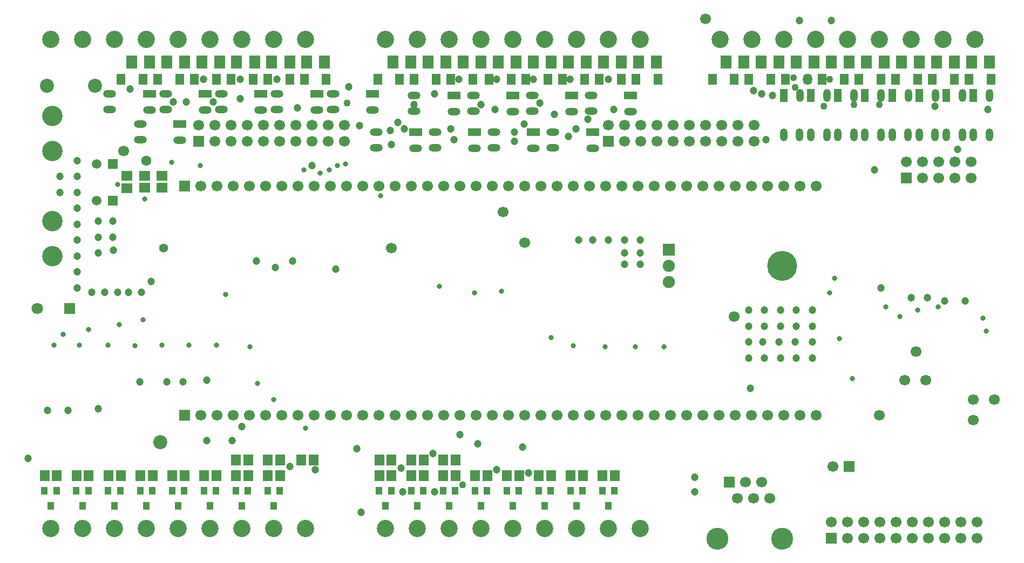
<source format=gbs>
%FSLAX42Y42*%
%MOMM*%
G71*
G01*
G75*
%ADD10C,0.20*%
%ADD11O,1.00X1.80*%
%ADD12R,1.00X1.80*%
%ADD13R,3.40X3.00*%
%ADD14R,1.10X1.00*%
%ADD15R,2.20X0.60*%
%ADD16R,1.50X1.30*%
%ADD17R,2.70X3.00*%
%ADD18R,2.60X2.00*%
%ADD19R,1.80X1.00*%
%ADD20O,1.80X1.00*%
%ADD21R,1.30X1.50*%
%ADD22R,1.00X0.85*%
%ADD23R,4.00X3.50*%
%ADD24R,2.00X1.00*%
%ADD25R,7.00X2.80*%
%ADD26R,0.60X1.50*%
%ADD27R,1.80X1.60*%
%ADD28R,2.50X2.70*%
%ADD29R,17.00X11.00*%
%ADD30C,0.25*%
%ADD31C,1.50*%
%ADD32C,2.00*%
%ADD33C,0.30*%
%ADD34C,1.00*%
%ADD35C,0.80*%
%ADD36C,0.40*%
%ADD37C,0.50*%
%ADD38R,3.00X11.50*%
%ADD39R,12.25X11.00*%
%ADD40R,13.50X1.20*%
%ADD41R,3.00X4.40*%
%ADD42R,0.80X4.00*%
%ADD43R,4.55X0.80*%
%ADD44R,7.75X5.25*%
%ADD45R,11.50X1.75*%
%ADD46R,11.75X1.25*%
%ADD47R,2.25X3.90*%
%ADD48R,3.50X23.00*%
%ADD49R,8.25X7.00*%
%ADD50C,4.50*%
%ADD51C,1.50*%
%ADD52R,1.50X1.50*%
%ADD53C,3.25*%
%ADD54C,3.00*%
%ADD55R,1.30X1.30*%
%ADD56C,1.30*%
%ADD57R,1.60X1.60*%
%ADD58C,1.60*%
%ADD59C,2.00*%
%ADD60C,2.50*%
%ADD61R,1.70X1.70*%
%ADD62C,1.70*%
%ADD63C,1.40*%
%ADD64C,1.00*%
%ADD65C,0.60*%
%ADD66C,1.20*%
%ADD67C,0.90*%
%ADD68R,0.85X1.00*%
%ADD69R,1.60X1.80*%
%ADD70R,1.25X1.60*%
%ADD71O,1.25X1.60*%
%ADD72C,0.60*%
%ADD73C,0.25*%
%ADD74R,0.68X5.20*%
%ADD75C,0.13*%
%ADD76R,0.80X0.50*%
%ADD77R,1.61X0.20*%
%ADD78C,0.06*%
%ADD79R,1.70X0.40*%
%ADD80R,7.00X1.50*%
%ADD81R,3.00X12.00*%
%ADD82R,2.00X2.00*%
%ADD83R,2.00X2.00*%
%ADD84O,1.20X2.00*%
%ADD85R,1.20X2.00*%
%ADD86R,3.60X3.20*%
%ADD87R,1.30X1.20*%
%ADD88R,2.40X0.80*%
%ADD89R,1.70X1.50*%
%ADD90R,2.90X3.20*%
%ADD91R,2.80X2.20*%
%ADD92R,2.00X1.20*%
%ADD93O,2.00X1.20*%
%ADD94R,1.50X1.70*%
%ADD95R,1.20X1.05*%
%ADD96R,4.20X3.70*%
%ADD97R,2.20X1.20*%
%ADD98R,7.20X3.00*%
%ADD99R,0.80X1.70*%
%ADD100R,2.00X1.80*%
%ADD101R,2.70X2.90*%
%ADD102R,17.20X11.20*%
%ADD103C,4.70*%
%ADD104C,1.70*%
%ADD105R,1.70X1.70*%
%ADD106C,3.45*%
%ADD107C,3.20*%
%ADD108R,1.50X1.50*%
%ADD109C,1.50*%
%ADD110R,1.80X1.80*%
%ADD111C,1.80*%
%ADD112C,2.20*%
%ADD113C,2.70*%
%ADD114R,1.90X1.90*%
%ADD115C,1.90*%
%ADD116C,1.60*%
%ADD117C,1.20*%
%ADD118C,0.80*%
%ADD119C,1.40*%
%ADD120C,1.10*%
%ADD121R,1.05X1.20*%
%ADD122R,1.80X2.00*%
%ADD123R,1.45X1.80*%
%ADD124O,1.45X1.80*%
D84*
X15275Y-1995D02*
D03*
X15025D02*
D03*
X15279Y-1375D02*
D03*
X14850Y-1995D02*
D03*
X14600D02*
D03*
X14854Y-1375D02*
D03*
X14425Y-1995D02*
D03*
X14175D02*
D03*
X14429Y-1375D02*
D03*
X14000Y-1995D02*
D03*
X13750D02*
D03*
X14004Y-1375D02*
D03*
X13575Y-1995D02*
D03*
X13325D02*
D03*
X13579Y-1375D02*
D03*
X13150Y-1995D02*
D03*
X12900D02*
D03*
X13154Y-1375D02*
D03*
X12725Y-1995D02*
D03*
X12475D02*
D03*
X12729Y-1375D02*
D03*
X12300Y-1995D02*
D03*
X12050D02*
D03*
X12304Y-1375D02*
D03*
D85*
X15025D02*
D03*
X14600D02*
D03*
X14175D02*
D03*
X13750D02*
D03*
X13325D02*
D03*
X12900D02*
D03*
X12475D02*
D03*
X12050D02*
D03*
D89*
X1750Y-2830D02*
D03*
Y-2640D02*
D03*
X2025Y-2635D02*
D03*
Y-2825D02*
D03*
X2300Y-2635D02*
D03*
Y-2825D02*
D03*
D92*
X9650Y-1375D02*
D03*
X9050Y-1950D02*
D03*
X8725Y-1375D02*
D03*
X8125Y-1950D02*
D03*
X7800Y-1375D02*
D03*
X7200Y-1950D02*
D03*
X6875Y-1375D02*
D03*
X6275Y-1950D02*
D03*
X5600Y-1350D02*
D03*
X4725D02*
D03*
X3850D02*
D03*
X2975D02*
D03*
X2575Y-1825D02*
D03*
X2100Y-1350D02*
D03*
D93*
X9030Y-1625D02*
D03*
Y-1375D02*
D03*
X9650Y-1629D02*
D03*
X8430Y-2200D02*
D03*
Y-1950D02*
D03*
X9050Y-2204D02*
D03*
X8105Y-1625D02*
D03*
Y-1375D02*
D03*
X8725Y-1629D02*
D03*
X7505Y-2200D02*
D03*
Y-1950D02*
D03*
X8125Y-2204D02*
D03*
X7180Y-1625D02*
D03*
Y-1375D02*
D03*
X7800Y-1629D02*
D03*
X6580Y-2200D02*
D03*
Y-1950D02*
D03*
X7200Y-2204D02*
D03*
X6255Y-1625D02*
D03*
Y-1375D02*
D03*
X6875Y-1629D02*
D03*
X5655Y-2200D02*
D03*
Y-1950D02*
D03*
X6275Y-2204D02*
D03*
X4980Y-1600D02*
D03*
Y-1350D02*
D03*
X5600Y-1604D02*
D03*
X4105Y-1600D02*
D03*
Y-1350D02*
D03*
X4725Y-1604D02*
D03*
X3230Y-1600D02*
D03*
Y-1350D02*
D03*
X3850Y-1604D02*
D03*
X2355Y-1600D02*
D03*
Y-1350D02*
D03*
X2975Y-1604D02*
D03*
X1955Y-2075D02*
D03*
Y-1825D02*
D03*
X2575Y-2079D02*
D03*
X1480Y-1600D02*
D03*
Y-1350D02*
D03*
X2100Y-1604D02*
D03*
D94*
X9210Y-7350D02*
D03*
X9400D02*
D03*
X8710D02*
D03*
X8900D02*
D03*
X8210D02*
D03*
X8400D02*
D03*
X7710D02*
D03*
X7900D02*
D03*
X7210D02*
D03*
X7400D02*
D03*
X6710D02*
D03*
X6900D02*
D03*
X6210D02*
D03*
X6400D02*
D03*
X5710D02*
D03*
X5900D02*
D03*
X3960D02*
D03*
X4150D02*
D03*
X3460D02*
D03*
X3650D02*
D03*
X2960D02*
D03*
X3150D02*
D03*
X2460D02*
D03*
X2650D02*
D03*
X1960D02*
D03*
X2150D02*
D03*
X1460D02*
D03*
X1650D02*
D03*
X460D02*
D03*
X650D02*
D03*
X960D02*
D03*
X1150D02*
D03*
X3460Y-7100D02*
D03*
X3650D02*
D03*
X3960D02*
D03*
X4150D02*
D03*
X4485D02*
D03*
X4675D02*
D03*
X5710D02*
D03*
X5900D02*
D03*
X6210D02*
D03*
X6400D02*
D03*
X6710D02*
D03*
X6900D02*
D03*
D103*
X12028Y-4054D02*
D03*
D104*
X15350Y-6150D02*
D03*
X15025D02*
D03*
Y-6475D02*
D03*
X14275Y-5850D02*
D03*
X14125Y-5400D02*
D03*
X13950Y-5850D02*
D03*
X11032Y-2800D02*
D03*
X11286D02*
D03*
X12556Y-6400D02*
D03*
X12302D02*
D03*
X12048D02*
D03*
X11794D02*
D03*
X11540D02*
D03*
X10270D02*
D03*
X10016D02*
D03*
X9762D02*
D03*
X9508D02*
D03*
X9254D02*
D03*
X9000D02*
D03*
X8746D02*
D03*
X8492D02*
D03*
X8238D02*
D03*
X7984D02*
D03*
X7730D02*
D03*
X7476D02*
D03*
X7222D02*
D03*
X6968D02*
D03*
X6714D02*
D03*
X6460D02*
D03*
X6206D02*
D03*
X5952D02*
D03*
X5698D02*
D03*
X5444D02*
D03*
X5190D02*
D03*
X4936D02*
D03*
X4682D02*
D03*
X4428D02*
D03*
X4174D02*
D03*
X3920D02*
D03*
X3666D02*
D03*
X3412D02*
D03*
X3158D02*
D03*
X2904D02*
D03*
X12556Y-2800D02*
D03*
X12302D02*
D03*
X12048D02*
D03*
X11794D02*
D03*
X11540D02*
D03*
X10778D02*
D03*
X10524D02*
D03*
X10270D02*
D03*
X10016D02*
D03*
X9762D02*
D03*
X9508D02*
D03*
X9254D02*
D03*
X9000D02*
D03*
X8746D02*
D03*
X8492D02*
D03*
X8238D02*
D03*
X7984D02*
D03*
X7730D02*
D03*
X7476D02*
D03*
X7222D02*
D03*
X6968D02*
D03*
X6714D02*
D03*
X6460D02*
D03*
X6206D02*
D03*
X5952D02*
D03*
X5698D02*
D03*
X5444D02*
D03*
X5190D02*
D03*
X4936D02*
D03*
X4682D02*
D03*
X4428D02*
D03*
X4174D02*
D03*
X3920D02*
D03*
X3666D02*
D03*
X3412D02*
D03*
X3158D02*
D03*
X2904D02*
D03*
X13975Y-2421D02*
D03*
X14229Y-2675D02*
D03*
Y-2421D02*
D03*
X14483Y-2675D02*
D03*
Y-2421D02*
D03*
X14737Y-2675D02*
D03*
Y-2421D02*
D03*
X14991Y-2675D02*
D03*
Y-2421D02*
D03*
X11586Y-1846D02*
D03*
Y-2100D02*
D03*
X11332Y-1846D02*
D03*
Y-2100D02*
D03*
X11078Y-1846D02*
D03*
Y-2100D02*
D03*
X10824Y-1846D02*
D03*
Y-2100D02*
D03*
X10570Y-1846D02*
D03*
Y-2100D02*
D03*
X10316Y-1846D02*
D03*
Y-2100D02*
D03*
X10062Y-1846D02*
D03*
Y-2100D02*
D03*
X9808Y-1846D02*
D03*
Y-2100D02*
D03*
X9554Y-1846D02*
D03*
Y-2100D02*
D03*
X9300Y-1846D02*
D03*
X5161D02*
D03*
Y-2100D02*
D03*
X4907Y-1846D02*
D03*
Y-2100D02*
D03*
X4653Y-1846D02*
D03*
Y-2100D02*
D03*
X4399Y-1846D02*
D03*
Y-2100D02*
D03*
X4145Y-1846D02*
D03*
Y-2100D02*
D03*
X3891Y-1846D02*
D03*
Y-2100D02*
D03*
X3637Y-1846D02*
D03*
Y-2100D02*
D03*
X3383Y-1846D02*
D03*
Y-2100D02*
D03*
X3129Y-1846D02*
D03*
Y-2100D02*
D03*
X2875Y-1846D02*
D03*
X11454Y-7450D02*
D03*
X11708D02*
D03*
X11327Y-7700D02*
D03*
X11581D02*
D03*
X11835D02*
D03*
X15086Y-8071D02*
D03*
Y-8325D02*
D03*
X14832Y-8071D02*
D03*
Y-8325D02*
D03*
X14578Y-8071D02*
D03*
Y-8325D02*
D03*
X14324Y-8071D02*
D03*
X14070D02*
D03*
Y-8325D02*
D03*
X13816Y-8071D02*
D03*
Y-8325D02*
D03*
X13562Y-8071D02*
D03*
X13308D02*
D03*
X13054D02*
D03*
Y-8325D02*
D03*
X12800Y-8071D02*
D03*
X12821Y-7200D02*
D03*
X1700Y-2250D02*
D03*
X10524Y-6400D02*
D03*
X10778D02*
D03*
X11032D02*
D03*
X11286D02*
D03*
X13308Y-8325D02*
D03*
X13562D02*
D03*
X14324D02*
D03*
X7985Y-3690D02*
D03*
X10825Y-175D02*
D03*
X13550Y-6400D02*
D03*
X7650Y-3210D02*
D03*
X5900Y-3770D02*
D03*
X11275Y-4850D02*
D03*
D105*
X2650Y-6400D02*
D03*
Y-2800D02*
D03*
X13975Y-2675D02*
D03*
X9300Y-2100D02*
D03*
X2875D02*
D03*
X11200Y-7450D02*
D03*
X12800Y-8325D02*
D03*
X13075Y-7200D02*
D03*
D106*
X11010Y-8335D02*
D03*
X12025D02*
D03*
D107*
X575Y-2250D02*
D03*
Y-3350D02*
D03*
Y-3900D02*
D03*
Y-1700D02*
D03*
D108*
X1529Y-3025D02*
D03*
Y-2450D02*
D03*
D109*
X1275Y-3025D02*
D03*
Y-2450D02*
D03*
D110*
X850Y-4725D02*
D03*
D111*
X342D02*
D03*
D112*
X490Y-1225D02*
D03*
X1250D02*
D03*
X2275Y-6825D02*
D03*
D113*
X7300Y-500D02*
D03*
X7800D02*
D03*
X8300D02*
D03*
X8800D02*
D03*
X9300D02*
D03*
X9800D02*
D03*
X11050D02*
D03*
X11550D02*
D03*
X12050D02*
D03*
X550D02*
D03*
X1050D02*
D03*
X1550D02*
D03*
X2050D02*
D03*
X2550D02*
D03*
X3050D02*
D03*
X3550D02*
D03*
X4050D02*
D03*
X4550D02*
D03*
X5800D02*
D03*
X6300D02*
D03*
X6800D02*
D03*
X12550D02*
D03*
X13050D02*
D03*
X13550D02*
D03*
X14050D02*
D03*
X14550D02*
D03*
X15050D02*
D03*
X1550Y-8175D02*
D03*
X1050D02*
D03*
X550D02*
D03*
X3050D02*
D03*
X2550D02*
D03*
X2050D02*
D03*
X4550D02*
D03*
X4050D02*
D03*
X3550D02*
D03*
X6800D02*
D03*
X6300D02*
D03*
X5800D02*
D03*
X8300D02*
D03*
X7800D02*
D03*
X7300D02*
D03*
X9800D02*
D03*
X9300D02*
D03*
X8800D02*
D03*
D114*
X10250Y-3800D02*
D03*
D115*
Y-4054D02*
D03*
Y-4308D02*
D03*
D116*
X2050Y-2400D02*
D03*
D117*
X10650Y-7375D02*
D03*
X9550Y-3850D02*
D03*
Y-4030D02*
D03*
X11725Y-5250D02*
D03*
X11975D02*
D03*
X12225D02*
D03*
X12500D02*
D03*
Y-5500D02*
D03*
X12250D02*
D03*
X12000D02*
D03*
X11750D02*
D03*
X11500D02*
D03*
Y-5250D02*
D03*
Y-5000D02*
D03*
X11750D02*
D03*
X12000D02*
D03*
X12250D02*
D03*
X12500D02*
D03*
Y-4750D02*
D03*
X12250D02*
D03*
X12000D02*
D03*
X11750D02*
D03*
X11500D02*
D03*
X4075Y-4075D02*
D03*
X4350Y-3975D02*
D03*
X5025Y-4100D02*
D03*
X9800Y-4030D02*
D03*
Y-3850D02*
D03*
Y-3650D02*
D03*
X9550D02*
D03*
X9300D02*
D03*
X9050D02*
D03*
X8830Y-3650D02*
D03*
X700Y-2900D02*
D03*
Y-2650D02*
D03*
X1400Y-4470D02*
D03*
X1200D02*
D03*
X1300Y-3850D02*
D03*
Y-3600D02*
D03*
Y-3350D02*
D03*
X1536Y-3811D02*
D03*
X1530Y-3600D02*
D03*
Y-3350D02*
D03*
X970Y-4400D02*
D03*
Y-4150D02*
D03*
Y-3900D02*
D03*
Y-3650D02*
D03*
Y-3400D02*
D03*
Y-3150D02*
D03*
Y-2900D02*
D03*
Y-2650D02*
D03*
Y-2400D02*
D03*
X10650Y-7600D02*
D03*
X7250Y-6850D02*
D03*
X7950Y-6900D02*
D03*
X3400Y-6800D02*
D03*
X3000D02*
D03*
X6950Y-1125D02*
D03*
X7550D02*
D03*
X8125D02*
D03*
X8700D02*
D03*
X9300D02*
D03*
X3525D02*
D03*
X4100D02*
D03*
X11525Y-5975D02*
D03*
X13575Y-4400D02*
D03*
X14050Y-4550D02*
D03*
X14300D02*
D03*
X14575Y-4600D02*
D03*
X14900D02*
D03*
X1800Y-1275D02*
D03*
X200Y-7075D02*
D03*
X500Y-6325D02*
D03*
X825D02*
D03*
X1300Y-6300D02*
D03*
X1950Y-5875D02*
D03*
X2375D02*
D03*
X2625D02*
D03*
X3000Y-5850D02*
D03*
X5425Y-7925D02*
D03*
X4300Y-7200D02*
D03*
X4700Y-7250D02*
D03*
X6075Y-7600D02*
D03*
X6550Y-7000D02*
D03*
X7550Y-7250D02*
D03*
X8050Y-7300D02*
D03*
X6050Y-7225D02*
D03*
X6575Y-7600D02*
D03*
X3550Y-6575D02*
D03*
X5350Y-6925D02*
D03*
X6975Y-6700D02*
D03*
X11875Y-1375D02*
D03*
X11700Y-1350D02*
D03*
X11575Y-1300D02*
D03*
X12800Y-200D02*
D03*
X12300D02*
D03*
X7525Y-1600D02*
D03*
X8450Y-1675D02*
D03*
X9380Y-1600D02*
D03*
X6000Y-1800D02*
D03*
X7830Y-1950D02*
D03*
X2675Y-1475D02*
D03*
X3525Y-1425D02*
D03*
X4425Y-1575D02*
D03*
X5400Y-1850D02*
D03*
X5875Y-1925D02*
D03*
X6100Y-1900D02*
D03*
X6825D02*
D03*
X6875Y-2075D02*
D03*
X7830Y-2100D02*
D03*
X7975Y-1825D02*
D03*
X8675Y-2025D02*
D03*
X5900Y-2150D02*
D03*
X8790Y-1900D02*
D03*
X2475Y-1475D02*
D03*
X3100D02*
D03*
X5225Y-1245D02*
D03*
X6250Y-1520D02*
D03*
X6575Y-1350D02*
D03*
X7300Y-1525D02*
D03*
X8225Y-1500D02*
D03*
X8975Y-1750D02*
D03*
X2950Y-1125D02*
D03*
X1600Y-4470D02*
D03*
X1775Y-4470D02*
D03*
X1975D02*
D03*
X2130Y-4300D02*
D03*
X3775Y-3975D02*
D03*
X4653Y-2478D02*
D03*
X15250Y-1600D02*
D03*
X14425Y-1550D02*
D03*
X13475Y-2550D02*
D03*
X14775Y-2225D02*
D03*
X11775Y-2075D02*
D03*
D118*
X1600Y-2775D02*
D03*
X2029Y-3004D02*
D03*
X8400Y-5175D02*
D03*
X10175Y-5325D02*
D03*
X9725D02*
D03*
X9250D02*
D03*
X8746Y-5304D02*
D03*
X3675Y-5325D02*
D03*
X13875Y-4850D02*
D03*
X13125Y-5825D02*
D03*
X12925Y-5200D02*
D03*
X15225Y-5075D02*
D03*
X15175Y-4875D02*
D03*
X12850Y-4250D02*
D03*
X14475Y-4700D02*
D03*
X13650D02*
D03*
X12775Y-4475D02*
D03*
X14150Y-4750D02*
D03*
X2450Y-2425D02*
D03*
X2000Y-4900D02*
D03*
X1625Y-4975D02*
D03*
X1150Y-5050D02*
D03*
X750Y-5125D02*
D03*
X3150Y-5300D02*
D03*
X2725D02*
D03*
X1871Y-5304D02*
D03*
X2296Y-5296D02*
D03*
X1450Y-5300D02*
D03*
X1000D02*
D03*
X600D02*
D03*
X3300Y-4500D02*
D03*
X6650Y-4375D02*
D03*
X3800Y-5900D02*
D03*
X7200Y-4475D02*
D03*
X4050Y-6150D02*
D03*
X7625Y-4450D02*
D03*
X4550Y-6600D02*
D03*
X2900Y-2475D02*
D03*
X4525Y-2550D02*
D03*
X4775Y-2600D02*
D03*
X4925Y-2550D02*
D03*
X5050Y-2475D02*
D03*
X5175Y-2450D02*
D03*
X5725Y-2950D02*
D03*
D119*
X2325Y-3775D02*
D03*
D120*
X7010Y-7490D02*
D03*
X12225Y-1250D02*
D03*
X12775Y-1125D02*
D03*
X12200Y-1100D02*
D03*
X5200Y-1500D02*
D03*
X13550Y-1525D02*
D03*
X13154Y-1521D02*
D03*
X12675Y-1550D02*
D03*
D121*
X9300Y-7820D02*
D03*
X9395Y-7580D02*
D03*
X9205D02*
D03*
X8800Y-7820D02*
D03*
X8895Y-7580D02*
D03*
X8705D02*
D03*
X8300Y-7820D02*
D03*
X8395Y-7580D02*
D03*
X8205D02*
D03*
X7800Y-7820D02*
D03*
X7895Y-7580D02*
D03*
X7705D02*
D03*
X7300Y-7820D02*
D03*
X7395Y-7580D02*
D03*
X7205D02*
D03*
X6800Y-7820D02*
D03*
X6895Y-7580D02*
D03*
X6705D02*
D03*
X6300Y-7820D02*
D03*
X6395Y-7580D02*
D03*
X6205D02*
D03*
X5800Y-7820D02*
D03*
X5895Y-7580D02*
D03*
X5705D02*
D03*
X4050Y-7820D02*
D03*
X4145Y-7580D02*
D03*
X3955D02*
D03*
X3550Y-7820D02*
D03*
X3645Y-7580D02*
D03*
X3455D02*
D03*
X3050Y-7820D02*
D03*
X3145Y-7580D02*
D03*
X2955D02*
D03*
X2550Y-7820D02*
D03*
X2645Y-7580D02*
D03*
X2455D02*
D03*
X2050Y-7820D02*
D03*
X2145Y-7580D02*
D03*
X1955D02*
D03*
X1550Y-7820D02*
D03*
X1645Y-7580D02*
D03*
X1455D02*
D03*
X1050Y-7820D02*
D03*
X1145Y-7580D02*
D03*
X955D02*
D03*
X550Y-7820D02*
D03*
X645Y-7580D02*
D03*
X455D02*
D03*
D122*
X14995Y-850D02*
D03*
X15275D02*
D03*
X14445D02*
D03*
X14725D02*
D03*
X13895D02*
D03*
X14175D02*
D03*
X13345D02*
D03*
X13625D02*
D03*
X12795D02*
D03*
X13075D02*
D03*
X12245D02*
D03*
X12525D02*
D03*
X11695D02*
D03*
X11975D02*
D03*
X11145D02*
D03*
X11425D02*
D03*
X9770D02*
D03*
X10050D02*
D03*
X9220D02*
D03*
X9500D02*
D03*
X8670D02*
D03*
X8950D02*
D03*
X8120D02*
D03*
X8400D02*
D03*
X7570D02*
D03*
X7850D02*
D03*
X7020D02*
D03*
X7300D02*
D03*
X6470D02*
D03*
X6750D02*
D03*
X5920D02*
D03*
X6200D02*
D03*
X4570D02*
D03*
X4850D02*
D03*
X4020D02*
D03*
X4300D02*
D03*
X3470D02*
D03*
X3750D02*
D03*
X2920D02*
D03*
X3200D02*
D03*
X2370D02*
D03*
X2650D02*
D03*
X1820D02*
D03*
X2100D02*
D03*
D123*
X14955Y-1125D02*
D03*
X15300D02*
D03*
X14380D02*
D03*
X14725D02*
D03*
X13805D02*
D03*
X14150D02*
D03*
X13230D02*
D03*
X13575D02*
D03*
X12655D02*
D03*
X13000D02*
D03*
X12080D02*
D03*
X11505D02*
D03*
X11850D02*
D03*
X10930D02*
D03*
X11275D02*
D03*
X9730D02*
D03*
X10075D02*
D03*
X9155D02*
D03*
X9500D02*
D03*
X8580D02*
D03*
X8925D02*
D03*
X8005D02*
D03*
X8350D02*
D03*
X7430D02*
D03*
X7775D02*
D03*
X6830D02*
D03*
X7175D02*
D03*
X6255D02*
D03*
X6600D02*
D03*
X5680D02*
D03*
X6025D02*
D03*
X4530D02*
D03*
X4875D02*
D03*
X3955D02*
D03*
X4300D02*
D03*
X3380D02*
D03*
X3725D02*
D03*
X2805D02*
D03*
X3150D02*
D03*
X2230D02*
D03*
X2575D02*
D03*
X1655D02*
D03*
X2000D02*
D03*
D124*
X12425D02*
D03*
M02*

</source>
